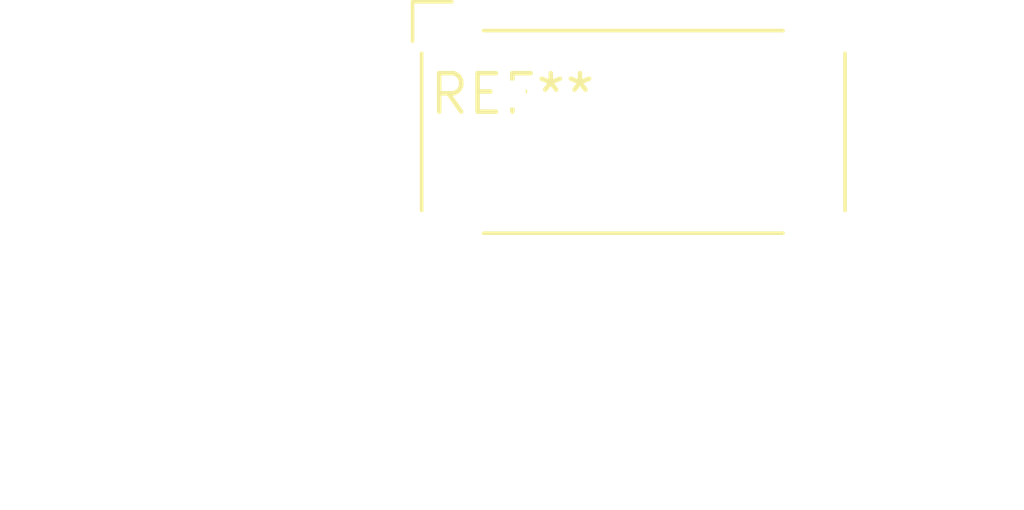
<source format=kicad_pcb>
(kicad_pcb (version 20240108) (generator pcbnew)
  (layers (0 "F.Cu" signal) (31 "B.Cu" signal) (34 "B.Paste" user) (35 "F.Paste" user) (36 "B.SilkS" user "B.Silkscreen") (37 "F.SilkS" user "F.Silkscreen") (38 "B.Mask" user) (39 "F.Mask" user) (44 "Edge.Cuts" user))
  (net 0 "")
  (footprint "SW_E-Switch_EG2219_DPDT_Angled" (layer "F.Cu") (at 0 0)
    (property "Reference" "REF**")
    (property "Value" "SW_E-Switch_EG2219_DPDT_Angled")
    (fp_line (start -3.3 -3.05) (end -2 -3.05) (layer "F.SilkS") (stroke (width 0.12)))
    (fp_line (start -3.3 -1.75) (end -3.3 -3.05) (layer "F.SilkS") (stroke (width 0.12)))
    (fp_line (start -3 3.85) (end -3 -1.35) (layer "F.SilkS") (stroke (width 0.12)))
    (fp_line (start -0.95 -2.1) (end 8.95 -2.1) (layer "F.SilkS") (stroke (width 0.12)))
    (fp_line (start 8.95 4.6) (end -0.95 4.6) (layer "F.SilkS") (stroke (width 0.12)))
    (fp_line (start 11 -1.35) (end 11 3.85) (layer "F.SilkS") (stroke (width 0.12)))
    (pad "" thru_hole circle (at -2 -1.75) (size 2 2) (drill 1.2) (layers *.Cu *.Mask) (remove_unused_layers))
    (pad "" thru_hole circle (at -2 4.25) (size 2 2) (drill 1.2) (layers *.Cu *.Mask) (remove_unused_layers))
    (pad "" thru_hole circle (at 10 -1.75) (size 2 2) (drill 1.2) (layers *.Cu *.Mask) (remove_unused_layers))
    (pad "" thru_hole circle (at 10 4.25) (size 2 2) (drill 1.2) (layers *.Cu *.Mask) (remove_unused_layers))
    (pad "1" thru_hole circle (at 0 0) (size 1.7 1.7) (drill 0.9) (layers *.Cu *.Mask) (remove_unused_layers))
    (pad "2" thru_hole circle (at 4 0) (size 1.7 1.7) (drill 0.9) (layers *.Cu *.Mask) (remove_unused_layers))
    (pad "3" thru_hole circle (at 8 0) (size 1.7 1.7) (drill 0.9) (layers *.Cu *.Mask) (remove_unused_layers))
    (pad "4" thru_hole circle (at 0 2.5) (size 1.7 1.7) (drill 0.9) (layers *.Cu *.Mask) (remove_unused_layers))
    (pad "5" thru_hole circle (at 4 2.5) (size 1.7 1.7) (drill 0.9) (layers *.Cu *.Mask) (remove_unused_layers))
    (pad "6" thru_hole circle (at 8 2.5) (size 1.7 1.7) (drill 0.9) (layers *.Cu *.Mask) (remove_unused_layers))
  )
)
</source>
